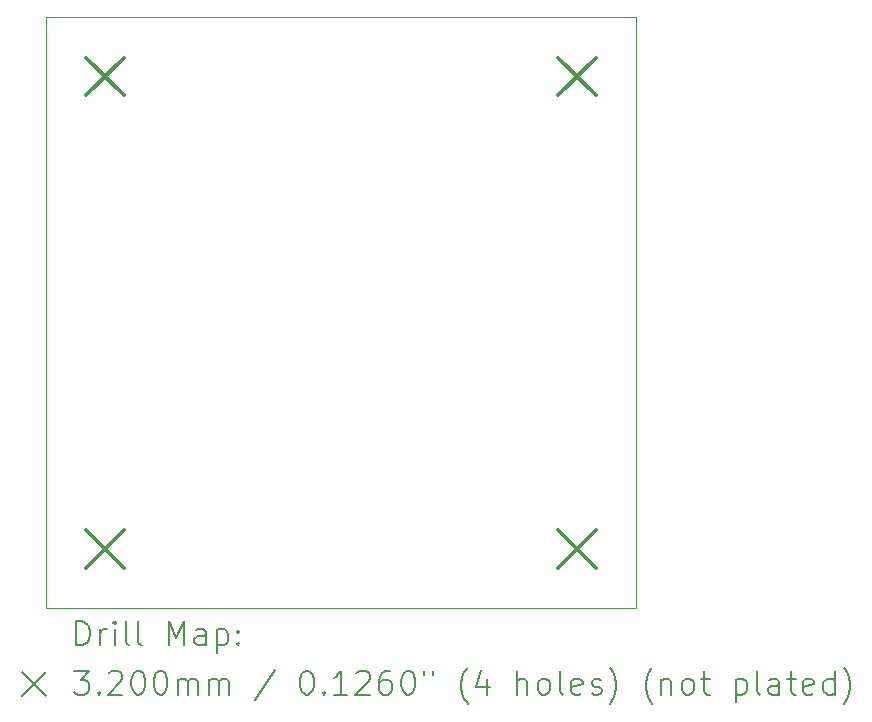
<source format=gbr>
%TF.GenerationSoftware,KiCad,Pcbnew,8.0.8*%
%TF.CreationDate,2025-02-12T12:16:03+09:00*%
%TF.ProjectId,OpenMPW-TR10,4f70656e-4d50-4572-9d54-5231302e6b69,rev?*%
%TF.SameCoordinates,Original*%
%TF.FileFunction,Drillmap*%
%TF.FilePolarity,Positive*%
%FSLAX45Y45*%
G04 Gerber Fmt 4.5, Leading zero omitted, Abs format (unit mm)*
G04 Created by KiCad (PCBNEW 8.0.8) date 2025-02-12 12:16:03*
%MOMM*%
%LPD*%
G01*
G04 APERTURE LIST*
%ADD10C,0.050000*%
%ADD11C,0.200000*%
%ADD12C,0.320000*%
G04 APERTURE END LIST*
D10*
X12500000Y-7500000D02*
X17500000Y-7500000D01*
X17500000Y-12500000D01*
X12500000Y-12500000D01*
X12500000Y-7500000D01*
D11*
D12*
X12840000Y-7840000D02*
X13160000Y-8160000D01*
X13160000Y-7840000D02*
X12840000Y-8160000D01*
X12840000Y-11840000D02*
X13160000Y-12160000D01*
X13160000Y-11840000D02*
X12840000Y-12160000D01*
X16840000Y-7840000D02*
X17160000Y-8160000D01*
X17160000Y-7840000D02*
X16840000Y-8160000D01*
X16840000Y-11840000D02*
X17160000Y-12160000D01*
X17160000Y-11840000D02*
X16840000Y-12160000D01*
D11*
X12758277Y-12813984D02*
X12758277Y-12613984D01*
X12758277Y-12613984D02*
X12805896Y-12613984D01*
X12805896Y-12613984D02*
X12834467Y-12623508D01*
X12834467Y-12623508D02*
X12853515Y-12642555D01*
X12853515Y-12642555D02*
X12863039Y-12661603D01*
X12863039Y-12661603D02*
X12872562Y-12699698D01*
X12872562Y-12699698D02*
X12872562Y-12728269D01*
X12872562Y-12728269D02*
X12863039Y-12766365D01*
X12863039Y-12766365D02*
X12853515Y-12785412D01*
X12853515Y-12785412D02*
X12834467Y-12804460D01*
X12834467Y-12804460D02*
X12805896Y-12813984D01*
X12805896Y-12813984D02*
X12758277Y-12813984D01*
X12958277Y-12813984D02*
X12958277Y-12680650D01*
X12958277Y-12718746D02*
X12967801Y-12699698D01*
X12967801Y-12699698D02*
X12977324Y-12690174D01*
X12977324Y-12690174D02*
X12996372Y-12680650D01*
X12996372Y-12680650D02*
X13015420Y-12680650D01*
X13082086Y-12813984D02*
X13082086Y-12680650D01*
X13082086Y-12613984D02*
X13072562Y-12623508D01*
X13072562Y-12623508D02*
X13082086Y-12633031D01*
X13082086Y-12633031D02*
X13091610Y-12623508D01*
X13091610Y-12623508D02*
X13082086Y-12613984D01*
X13082086Y-12613984D02*
X13082086Y-12633031D01*
X13205896Y-12813984D02*
X13186848Y-12804460D01*
X13186848Y-12804460D02*
X13177324Y-12785412D01*
X13177324Y-12785412D02*
X13177324Y-12613984D01*
X13310658Y-12813984D02*
X13291610Y-12804460D01*
X13291610Y-12804460D02*
X13282086Y-12785412D01*
X13282086Y-12785412D02*
X13282086Y-12613984D01*
X13539229Y-12813984D02*
X13539229Y-12613984D01*
X13539229Y-12613984D02*
X13605896Y-12756841D01*
X13605896Y-12756841D02*
X13672562Y-12613984D01*
X13672562Y-12613984D02*
X13672562Y-12813984D01*
X13853515Y-12813984D02*
X13853515Y-12709222D01*
X13853515Y-12709222D02*
X13843991Y-12690174D01*
X13843991Y-12690174D02*
X13824943Y-12680650D01*
X13824943Y-12680650D02*
X13786848Y-12680650D01*
X13786848Y-12680650D02*
X13767801Y-12690174D01*
X13853515Y-12804460D02*
X13834467Y-12813984D01*
X13834467Y-12813984D02*
X13786848Y-12813984D01*
X13786848Y-12813984D02*
X13767801Y-12804460D01*
X13767801Y-12804460D02*
X13758277Y-12785412D01*
X13758277Y-12785412D02*
X13758277Y-12766365D01*
X13758277Y-12766365D02*
X13767801Y-12747317D01*
X13767801Y-12747317D02*
X13786848Y-12737793D01*
X13786848Y-12737793D02*
X13834467Y-12737793D01*
X13834467Y-12737793D02*
X13853515Y-12728269D01*
X13948753Y-12680650D02*
X13948753Y-12880650D01*
X13948753Y-12690174D02*
X13967801Y-12680650D01*
X13967801Y-12680650D02*
X14005896Y-12680650D01*
X14005896Y-12680650D02*
X14024943Y-12690174D01*
X14024943Y-12690174D02*
X14034467Y-12699698D01*
X14034467Y-12699698D02*
X14043991Y-12718746D01*
X14043991Y-12718746D02*
X14043991Y-12775888D01*
X14043991Y-12775888D02*
X14034467Y-12794936D01*
X14034467Y-12794936D02*
X14024943Y-12804460D01*
X14024943Y-12804460D02*
X14005896Y-12813984D01*
X14005896Y-12813984D02*
X13967801Y-12813984D01*
X13967801Y-12813984D02*
X13948753Y-12804460D01*
X14129705Y-12794936D02*
X14139229Y-12804460D01*
X14139229Y-12804460D02*
X14129705Y-12813984D01*
X14129705Y-12813984D02*
X14120182Y-12804460D01*
X14120182Y-12804460D02*
X14129705Y-12794936D01*
X14129705Y-12794936D02*
X14129705Y-12813984D01*
X14129705Y-12690174D02*
X14139229Y-12699698D01*
X14139229Y-12699698D02*
X14129705Y-12709222D01*
X14129705Y-12709222D02*
X14120182Y-12699698D01*
X14120182Y-12699698D02*
X14129705Y-12690174D01*
X14129705Y-12690174D02*
X14129705Y-12709222D01*
X12297500Y-13042500D02*
X12497500Y-13242500D01*
X12497500Y-13042500D02*
X12297500Y-13242500D01*
X12739229Y-13033984D02*
X12863039Y-13033984D01*
X12863039Y-13033984D02*
X12796372Y-13110174D01*
X12796372Y-13110174D02*
X12824943Y-13110174D01*
X12824943Y-13110174D02*
X12843991Y-13119698D01*
X12843991Y-13119698D02*
X12853515Y-13129222D01*
X12853515Y-13129222D02*
X12863039Y-13148269D01*
X12863039Y-13148269D02*
X12863039Y-13195888D01*
X12863039Y-13195888D02*
X12853515Y-13214936D01*
X12853515Y-13214936D02*
X12843991Y-13224460D01*
X12843991Y-13224460D02*
X12824943Y-13233984D01*
X12824943Y-13233984D02*
X12767801Y-13233984D01*
X12767801Y-13233984D02*
X12748753Y-13224460D01*
X12748753Y-13224460D02*
X12739229Y-13214936D01*
X12948753Y-13214936D02*
X12958277Y-13224460D01*
X12958277Y-13224460D02*
X12948753Y-13233984D01*
X12948753Y-13233984D02*
X12939229Y-13224460D01*
X12939229Y-13224460D02*
X12948753Y-13214936D01*
X12948753Y-13214936D02*
X12948753Y-13233984D01*
X13034467Y-13053031D02*
X13043991Y-13043508D01*
X13043991Y-13043508D02*
X13063039Y-13033984D01*
X13063039Y-13033984D02*
X13110658Y-13033984D01*
X13110658Y-13033984D02*
X13129705Y-13043508D01*
X13129705Y-13043508D02*
X13139229Y-13053031D01*
X13139229Y-13053031D02*
X13148753Y-13072079D01*
X13148753Y-13072079D02*
X13148753Y-13091127D01*
X13148753Y-13091127D02*
X13139229Y-13119698D01*
X13139229Y-13119698D02*
X13024943Y-13233984D01*
X13024943Y-13233984D02*
X13148753Y-13233984D01*
X13272562Y-13033984D02*
X13291610Y-13033984D01*
X13291610Y-13033984D02*
X13310658Y-13043508D01*
X13310658Y-13043508D02*
X13320182Y-13053031D01*
X13320182Y-13053031D02*
X13329705Y-13072079D01*
X13329705Y-13072079D02*
X13339229Y-13110174D01*
X13339229Y-13110174D02*
X13339229Y-13157793D01*
X13339229Y-13157793D02*
X13329705Y-13195888D01*
X13329705Y-13195888D02*
X13320182Y-13214936D01*
X13320182Y-13214936D02*
X13310658Y-13224460D01*
X13310658Y-13224460D02*
X13291610Y-13233984D01*
X13291610Y-13233984D02*
X13272562Y-13233984D01*
X13272562Y-13233984D02*
X13253515Y-13224460D01*
X13253515Y-13224460D02*
X13243991Y-13214936D01*
X13243991Y-13214936D02*
X13234467Y-13195888D01*
X13234467Y-13195888D02*
X13224943Y-13157793D01*
X13224943Y-13157793D02*
X13224943Y-13110174D01*
X13224943Y-13110174D02*
X13234467Y-13072079D01*
X13234467Y-13072079D02*
X13243991Y-13053031D01*
X13243991Y-13053031D02*
X13253515Y-13043508D01*
X13253515Y-13043508D02*
X13272562Y-13033984D01*
X13463039Y-13033984D02*
X13482086Y-13033984D01*
X13482086Y-13033984D02*
X13501134Y-13043508D01*
X13501134Y-13043508D02*
X13510658Y-13053031D01*
X13510658Y-13053031D02*
X13520182Y-13072079D01*
X13520182Y-13072079D02*
X13529705Y-13110174D01*
X13529705Y-13110174D02*
X13529705Y-13157793D01*
X13529705Y-13157793D02*
X13520182Y-13195888D01*
X13520182Y-13195888D02*
X13510658Y-13214936D01*
X13510658Y-13214936D02*
X13501134Y-13224460D01*
X13501134Y-13224460D02*
X13482086Y-13233984D01*
X13482086Y-13233984D02*
X13463039Y-13233984D01*
X13463039Y-13233984D02*
X13443991Y-13224460D01*
X13443991Y-13224460D02*
X13434467Y-13214936D01*
X13434467Y-13214936D02*
X13424943Y-13195888D01*
X13424943Y-13195888D02*
X13415420Y-13157793D01*
X13415420Y-13157793D02*
X13415420Y-13110174D01*
X13415420Y-13110174D02*
X13424943Y-13072079D01*
X13424943Y-13072079D02*
X13434467Y-13053031D01*
X13434467Y-13053031D02*
X13443991Y-13043508D01*
X13443991Y-13043508D02*
X13463039Y-13033984D01*
X13615420Y-13233984D02*
X13615420Y-13100650D01*
X13615420Y-13119698D02*
X13624943Y-13110174D01*
X13624943Y-13110174D02*
X13643991Y-13100650D01*
X13643991Y-13100650D02*
X13672563Y-13100650D01*
X13672563Y-13100650D02*
X13691610Y-13110174D01*
X13691610Y-13110174D02*
X13701134Y-13129222D01*
X13701134Y-13129222D02*
X13701134Y-13233984D01*
X13701134Y-13129222D02*
X13710658Y-13110174D01*
X13710658Y-13110174D02*
X13729705Y-13100650D01*
X13729705Y-13100650D02*
X13758277Y-13100650D01*
X13758277Y-13100650D02*
X13777324Y-13110174D01*
X13777324Y-13110174D02*
X13786848Y-13129222D01*
X13786848Y-13129222D02*
X13786848Y-13233984D01*
X13882086Y-13233984D02*
X13882086Y-13100650D01*
X13882086Y-13119698D02*
X13891610Y-13110174D01*
X13891610Y-13110174D02*
X13910658Y-13100650D01*
X13910658Y-13100650D02*
X13939229Y-13100650D01*
X13939229Y-13100650D02*
X13958277Y-13110174D01*
X13958277Y-13110174D02*
X13967801Y-13129222D01*
X13967801Y-13129222D02*
X13967801Y-13233984D01*
X13967801Y-13129222D02*
X13977324Y-13110174D01*
X13977324Y-13110174D02*
X13996372Y-13100650D01*
X13996372Y-13100650D02*
X14024943Y-13100650D01*
X14024943Y-13100650D02*
X14043991Y-13110174D01*
X14043991Y-13110174D02*
X14053515Y-13129222D01*
X14053515Y-13129222D02*
X14053515Y-13233984D01*
X14443991Y-13024460D02*
X14272563Y-13281603D01*
X14701134Y-13033984D02*
X14720182Y-13033984D01*
X14720182Y-13033984D02*
X14739229Y-13043508D01*
X14739229Y-13043508D02*
X14748753Y-13053031D01*
X14748753Y-13053031D02*
X14758277Y-13072079D01*
X14758277Y-13072079D02*
X14767801Y-13110174D01*
X14767801Y-13110174D02*
X14767801Y-13157793D01*
X14767801Y-13157793D02*
X14758277Y-13195888D01*
X14758277Y-13195888D02*
X14748753Y-13214936D01*
X14748753Y-13214936D02*
X14739229Y-13224460D01*
X14739229Y-13224460D02*
X14720182Y-13233984D01*
X14720182Y-13233984D02*
X14701134Y-13233984D01*
X14701134Y-13233984D02*
X14682086Y-13224460D01*
X14682086Y-13224460D02*
X14672563Y-13214936D01*
X14672563Y-13214936D02*
X14663039Y-13195888D01*
X14663039Y-13195888D02*
X14653515Y-13157793D01*
X14653515Y-13157793D02*
X14653515Y-13110174D01*
X14653515Y-13110174D02*
X14663039Y-13072079D01*
X14663039Y-13072079D02*
X14672563Y-13053031D01*
X14672563Y-13053031D02*
X14682086Y-13043508D01*
X14682086Y-13043508D02*
X14701134Y-13033984D01*
X14853515Y-13214936D02*
X14863039Y-13224460D01*
X14863039Y-13224460D02*
X14853515Y-13233984D01*
X14853515Y-13233984D02*
X14843991Y-13224460D01*
X14843991Y-13224460D02*
X14853515Y-13214936D01*
X14853515Y-13214936D02*
X14853515Y-13233984D01*
X15053515Y-13233984D02*
X14939229Y-13233984D01*
X14996372Y-13233984D02*
X14996372Y-13033984D01*
X14996372Y-13033984D02*
X14977325Y-13062555D01*
X14977325Y-13062555D02*
X14958277Y-13081603D01*
X14958277Y-13081603D02*
X14939229Y-13091127D01*
X15129706Y-13053031D02*
X15139229Y-13043508D01*
X15139229Y-13043508D02*
X15158277Y-13033984D01*
X15158277Y-13033984D02*
X15205896Y-13033984D01*
X15205896Y-13033984D02*
X15224944Y-13043508D01*
X15224944Y-13043508D02*
X15234467Y-13053031D01*
X15234467Y-13053031D02*
X15243991Y-13072079D01*
X15243991Y-13072079D02*
X15243991Y-13091127D01*
X15243991Y-13091127D02*
X15234467Y-13119698D01*
X15234467Y-13119698D02*
X15120182Y-13233984D01*
X15120182Y-13233984D02*
X15243991Y-13233984D01*
X15415420Y-13033984D02*
X15377325Y-13033984D01*
X15377325Y-13033984D02*
X15358277Y-13043508D01*
X15358277Y-13043508D02*
X15348753Y-13053031D01*
X15348753Y-13053031D02*
X15329706Y-13081603D01*
X15329706Y-13081603D02*
X15320182Y-13119698D01*
X15320182Y-13119698D02*
X15320182Y-13195888D01*
X15320182Y-13195888D02*
X15329706Y-13214936D01*
X15329706Y-13214936D02*
X15339229Y-13224460D01*
X15339229Y-13224460D02*
X15358277Y-13233984D01*
X15358277Y-13233984D02*
X15396372Y-13233984D01*
X15396372Y-13233984D02*
X15415420Y-13224460D01*
X15415420Y-13224460D02*
X15424944Y-13214936D01*
X15424944Y-13214936D02*
X15434467Y-13195888D01*
X15434467Y-13195888D02*
X15434467Y-13148269D01*
X15434467Y-13148269D02*
X15424944Y-13129222D01*
X15424944Y-13129222D02*
X15415420Y-13119698D01*
X15415420Y-13119698D02*
X15396372Y-13110174D01*
X15396372Y-13110174D02*
X15358277Y-13110174D01*
X15358277Y-13110174D02*
X15339229Y-13119698D01*
X15339229Y-13119698D02*
X15329706Y-13129222D01*
X15329706Y-13129222D02*
X15320182Y-13148269D01*
X15558277Y-13033984D02*
X15577325Y-13033984D01*
X15577325Y-13033984D02*
X15596372Y-13043508D01*
X15596372Y-13043508D02*
X15605896Y-13053031D01*
X15605896Y-13053031D02*
X15615420Y-13072079D01*
X15615420Y-13072079D02*
X15624944Y-13110174D01*
X15624944Y-13110174D02*
X15624944Y-13157793D01*
X15624944Y-13157793D02*
X15615420Y-13195888D01*
X15615420Y-13195888D02*
X15605896Y-13214936D01*
X15605896Y-13214936D02*
X15596372Y-13224460D01*
X15596372Y-13224460D02*
X15577325Y-13233984D01*
X15577325Y-13233984D02*
X15558277Y-13233984D01*
X15558277Y-13233984D02*
X15539229Y-13224460D01*
X15539229Y-13224460D02*
X15529706Y-13214936D01*
X15529706Y-13214936D02*
X15520182Y-13195888D01*
X15520182Y-13195888D02*
X15510658Y-13157793D01*
X15510658Y-13157793D02*
X15510658Y-13110174D01*
X15510658Y-13110174D02*
X15520182Y-13072079D01*
X15520182Y-13072079D02*
X15529706Y-13053031D01*
X15529706Y-13053031D02*
X15539229Y-13043508D01*
X15539229Y-13043508D02*
X15558277Y-13033984D01*
X15701134Y-13033984D02*
X15701134Y-13072079D01*
X15777325Y-13033984D02*
X15777325Y-13072079D01*
X16072563Y-13310174D02*
X16063039Y-13300650D01*
X16063039Y-13300650D02*
X16043991Y-13272079D01*
X16043991Y-13272079D02*
X16034468Y-13253031D01*
X16034468Y-13253031D02*
X16024944Y-13224460D01*
X16024944Y-13224460D02*
X16015420Y-13176841D01*
X16015420Y-13176841D02*
X16015420Y-13138746D01*
X16015420Y-13138746D02*
X16024944Y-13091127D01*
X16024944Y-13091127D02*
X16034468Y-13062555D01*
X16034468Y-13062555D02*
X16043991Y-13043508D01*
X16043991Y-13043508D02*
X16063039Y-13014936D01*
X16063039Y-13014936D02*
X16072563Y-13005412D01*
X16234468Y-13100650D02*
X16234468Y-13233984D01*
X16186848Y-13024460D02*
X16139229Y-13167317D01*
X16139229Y-13167317D02*
X16263039Y-13167317D01*
X16491610Y-13233984D02*
X16491610Y-13033984D01*
X16577325Y-13233984D02*
X16577325Y-13129222D01*
X16577325Y-13129222D02*
X16567801Y-13110174D01*
X16567801Y-13110174D02*
X16548753Y-13100650D01*
X16548753Y-13100650D02*
X16520182Y-13100650D01*
X16520182Y-13100650D02*
X16501134Y-13110174D01*
X16501134Y-13110174D02*
X16491610Y-13119698D01*
X16701134Y-13233984D02*
X16682087Y-13224460D01*
X16682087Y-13224460D02*
X16672563Y-13214936D01*
X16672563Y-13214936D02*
X16663039Y-13195888D01*
X16663039Y-13195888D02*
X16663039Y-13138746D01*
X16663039Y-13138746D02*
X16672563Y-13119698D01*
X16672563Y-13119698D02*
X16682087Y-13110174D01*
X16682087Y-13110174D02*
X16701134Y-13100650D01*
X16701134Y-13100650D02*
X16729706Y-13100650D01*
X16729706Y-13100650D02*
X16748753Y-13110174D01*
X16748753Y-13110174D02*
X16758277Y-13119698D01*
X16758277Y-13119698D02*
X16767801Y-13138746D01*
X16767801Y-13138746D02*
X16767801Y-13195888D01*
X16767801Y-13195888D02*
X16758277Y-13214936D01*
X16758277Y-13214936D02*
X16748753Y-13224460D01*
X16748753Y-13224460D02*
X16729706Y-13233984D01*
X16729706Y-13233984D02*
X16701134Y-13233984D01*
X16882087Y-13233984D02*
X16863039Y-13224460D01*
X16863039Y-13224460D02*
X16853515Y-13205412D01*
X16853515Y-13205412D02*
X16853515Y-13033984D01*
X17034468Y-13224460D02*
X17015420Y-13233984D01*
X17015420Y-13233984D02*
X16977325Y-13233984D01*
X16977325Y-13233984D02*
X16958277Y-13224460D01*
X16958277Y-13224460D02*
X16948753Y-13205412D01*
X16948753Y-13205412D02*
X16948753Y-13129222D01*
X16948753Y-13129222D02*
X16958277Y-13110174D01*
X16958277Y-13110174D02*
X16977325Y-13100650D01*
X16977325Y-13100650D02*
X17015420Y-13100650D01*
X17015420Y-13100650D02*
X17034468Y-13110174D01*
X17034468Y-13110174D02*
X17043992Y-13129222D01*
X17043992Y-13129222D02*
X17043992Y-13148269D01*
X17043992Y-13148269D02*
X16948753Y-13167317D01*
X17120182Y-13224460D02*
X17139230Y-13233984D01*
X17139230Y-13233984D02*
X17177325Y-13233984D01*
X17177325Y-13233984D02*
X17196373Y-13224460D01*
X17196373Y-13224460D02*
X17205896Y-13205412D01*
X17205896Y-13205412D02*
X17205896Y-13195888D01*
X17205896Y-13195888D02*
X17196373Y-13176841D01*
X17196373Y-13176841D02*
X17177325Y-13167317D01*
X17177325Y-13167317D02*
X17148753Y-13167317D01*
X17148753Y-13167317D02*
X17129706Y-13157793D01*
X17129706Y-13157793D02*
X17120182Y-13138746D01*
X17120182Y-13138746D02*
X17120182Y-13129222D01*
X17120182Y-13129222D02*
X17129706Y-13110174D01*
X17129706Y-13110174D02*
X17148753Y-13100650D01*
X17148753Y-13100650D02*
X17177325Y-13100650D01*
X17177325Y-13100650D02*
X17196373Y-13110174D01*
X17272563Y-13310174D02*
X17282087Y-13300650D01*
X17282087Y-13300650D02*
X17301134Y-13272079D01*
X17301134Y-13272079D02*
X17310658Y-13253031D01*
X17310658Y-13253031D02*
X17320182Y-13224460D01*
X17320182Y-13224460D02*
X17329706Y-13176841D01*
X17329706Y-13176841D02*
X17329706Y-13138746D01*
X17329706Y-13138746D02*
X17320182Y-13091127D01*
X17320182Y-13091127D02*
X17310658Y-13062555D01*
X17310658Y-13062555D02*
X17301134Y-13043508D01*
X17301134Y-13043508D02*
X17282087Y-13014936D01*
X17282087Y-13014936D02*
X17272563Y-13005412D01*
X17634468Y-13310174D02*
X17624944Y-13300650D01*
X17624944Y-13300650D02*
X17605896Y-13272079D01*
X17605896Y-13272079D02*
X17596373Y-13253031D01*
X17596373Y-13253031D02*
X17586849Y-13224460D01*
X17586849Y-13224460D02*
X17577325Y-13176841D01*
X17577325Y-13176841D02*
X17577325Y-13138746D01*
X17577325Y-13138746D02*
X17586849Y-13091127D01*
X17586849Y-13091127D02*
X17596373Y-13062555D01*
X17596373Y-13062555D02*
X17605896Y-13043508D01*
X17605896Y-13043508D02*
X17624944Y-13014936D01*
X17624944Y-13014936D02*
X17634468Y-13005412D01*
X17710658Y-13100650D02*
X17710658Y-13233984D01*
X17710658Y-13119698D02*
X17720182Y-13110174D01*
X17720182Y-13110174D02*
X17739230Y-13100650D01*
X17739230Y-13100650D02*
X17767801Y-13100650D01*
X17767801Y-13100650D02*
X17786849Y-13110174D01*
X17786849Y-13110174D02*
X17796373Y-13129222D01*
X17796373Y-13129222D02*
X17796373Y-13233984D01*
X17920182Y-13233984D02*
X17901134Y-13224460D01*
X17901134Y-13224460D02*
X17891611Y-13214936D01*
X17891611Y-13214936D02*
X17882087Y-13195888D01*
X17882087Y-13195888D02*
X17882087Y-13138746D01*
X17882087Y-13138746D02*
X17891611Y-13119698D01*
X17891611Y-13119698D02*
X17901134Y-13110174D01*
X17901134Y-13110174D02*
X17920182Y-13100650D01*
X17920182Y-13100650D02*
X17948754Y-13100650D01*
X17948754Y-13100650D02*
X17967801Y-13110174D01*
X17967801Y-13110174D02*
X17977325Y-13119698D01*
X17977325Y-13119698D02*
X17986849Y-13138746D01*
X17986849Y-13138746D02*
X17986849Y-13195888D01*
X17986849Y-13195888D02*
X17977325Y-13214936D01*
X17977325Y-13214936D02*
X17967801Y-13224460D01*
X17967801Y-13224460D02*
X17948754Y-13233984D01*
X17948754Y-13233984D02*
X17920182Y-13233984D01*
X18043992Y-13100650D02*
X18120182Y-13100650D01*
X18072563Y-13033984D02*
X18072563Y-13205412D01*
X18072563Y-13205412D02*
X18082087Y-13224460D01*
X18082087Y-13224460D02*
X18101134Y-13233984D01*
X18101134Y-13233984D02*
X18120182Y-13233984D01*
X18339230Y-13100650D02*
X18339230Y-13300650D01*
X18339230Y-13110174D02*
X18358277Y-13100650D01*
X18358277Y-13100650D02*
X18396373Y-13100650D01*
X18396373Y-13100650D02*
X18415420Y-13110174D01*
X18415420Y-13110174D02*
X18424944Y-13119698D01*
X18424944Y-13119698D02*
X18434468Y-13138746D01*
X18434468Y-13138746D02*
X18434468Y-13195888D01*
X18434468Y-13195888D02*
X18424944Y-13214936D01*
X18424944Y-13214936D02*
X18415420Y-13224460D01*
X18415420Y-13224460D02*
X18396373Y-13233984D01*
X18396373Y-13233984D02*
X18358277Y-13233984D01*
X18358277Y-13233984D02*
X18339230Y-13224460D01*
X18548754Y-13233984D02*
X18529706Y-13224460D01*
X18529706Y-13224460D02*
X18520182Y-13205412D01*
X18520182Y-13205412D02*
X18520182Y-13033984D01*
X18710658Y-13233984D02*
X18710658Y-13129222D01*
X18710658Y-13129222D02*
X18701135Y-13110174D01*
X18701135Y-13110174D02*
X18682087Y-13100650D01*
X18682087Y-13100650D02*
X18643992Y-13100650D01*
X18643992Y-13100650D02*
X18624944Y-13110174D01*
X18710658Y-13224460D02*
X18691611Y-13233984D01*
X18691611Y-13233984D02*
X18643992Y-13233984D01*
X18643992Y-13233984D02*
X18624944Y-13224460D01*
X18624944Y-13224460D02*
X18615420Y-13205412D01*
X18615420Y-13205412D02*
X18615420Y-13186365D01*
X18615420Y-13186365D02*
X18624944Y-13167317D01*
X18624944Y-13167317D02*
X18643992Y-13157793D01*
X18643992Y-13157793D02*
X18691611Y-13157793D01*
X18691611Y-13157793D02*
X18710658Y-13148269D01*
X18777325Y-13100650D02*
X18853515Y-13100650D01*
X18805896Y-13033984D02*
X18805896Y-13205412D01*
X18805896Y-13205412D02*
X18815420Y-13224460D01*
X18815420Y-13224460D02*
X18834468Y-13233984D01*
X18834468Y-13233984D02*
X18853515Y-13233984D01*
X18996373Y-13224460D02*
X18977325Y-13233984D01*
X18977325Y-13233984D02*
X18939230Y-13233984D01*
X18939230Y-13233984D02*
X18920182Y-13224460D01*
X18920182Y-13224460D02*
X18910658Y-13205412D01*
X18910658Y-13205412D02*
X18910658Y-13129222D01*
X18910658Y-13129222D02*
X18920182Y-13110174D01*
X18920182Y-13110174D02*
X18939230Y-13100650D01*
X18939230Y-13100650D02*
X18977325Y-13100650D01*
X18977325Y-13100650D02*
X18996373Y-13110174D01*
X18996373Y-13110174D02*
X19005896Y-13129222D01*
X19005896Y-13129222D02*
X19005896Y-13148269D01*
X19005896Y-13148269D02*
X18910658Y-13167317D01*
X19177325Y-13233984D02*
X19177325Y-13033984D01*
X19177325Y-13224460D02*
X19158277Y-13233984D01*
X19158277Y-13233984D02*
X19120182Y-13233984D01*
X19120182Y-13233984D02*
X19101135Y-13224460D01*
X19101135Y-13224460D02*
X19091611Y-13214936D01*
X19091611Y-13214936D02*
X19082087Y-13195888D01*
X19082087Y-13195888D02*
X19082087Y-13138746D01*
X19082087Y-13138746D02*
X19091611Y-13119698D01*
X19091611Y-13119698D02*
X19101135Y-13110174D01*
X19101135Y-13110174D02*
X19120182Y-13100650D01*
X19120182Y-13100650D02*
X19158277Y-13100650D01*
X19158277Y-13100650D02*
X19177325Y-13110174D01*
X19253516Y-13310174D02*
X19263039Y-13300650D01*
X19263039Y-13300650D02*
X19282087Y-13272079D01*
X19282087Y-13272079D02*
X19291611Y-13253031D01*
X19291611Y-13253031D02*
X19301135Y-13224460D01*
X19301135Y-13224460D02*
X19310658Y-13176841D01*
X19310658Y-13176841D02*
X19310658Y-13138746D01*
X19310658Y-13138746D02*
X19301135Y-13091127D01*
X19301135Y-13091127D02*
X19291611Y-13062555D01*
X19291611Y-13062555D02*
X19282087Y-13043508D01*
X19282087Y-13043508D02*
X19263039Y-13014936D01*
X19263039Y-13014936D02*
X19253516Y-13005412D01*
M02*

</source>
